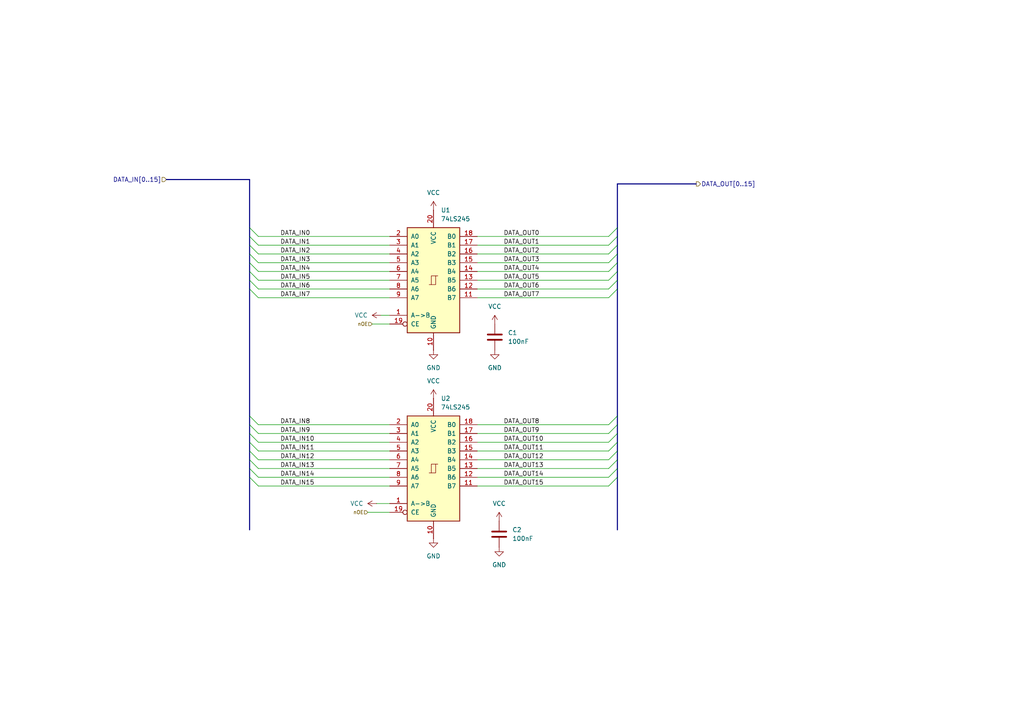
<source format=kicad_sch>
(kicad_sch (version 20250114) (generator "eeschema") (generator_version "9.0")
  (paper "A4")
  (title_block (title "TRI-STATE BUFFER"))
  (lib_symbols
    (symbol "74xx:74LS245" (pin_names (offset 1.016))
      (property "Reference" "U" (at -7.62 16.51 0))
      (property "Value" "74LS245" (at -7.62 -16.51 0))
      (symbol "74LS245_1_0"
        (polyline (pts (xy -1.27 -1.27) (xy 0.635 -1.27) (xy 0.635 1.27) (xy 1.27 1.27)))
        (polyline (pts (xy -0.635 -1.27) (xy -0.635 1.27) (xy 0.635 1.27)))
        (pin tri_state line (at -12.7 12.7 0) (length 5.08) (name "A0") (number "2"))
        (pin tri_state line (at -12.7 10.16 0) (length 5.08) (name "A1") (number "3"))
        (pin tri_state line (at -12.7 7.62 0) (length 5.08) (name "A2") (number "4"))
        (pin tri_state line (at -12.7 5.08 0) (length 5.08) (name "A3") (number "5"))
        (pin tri_state line (at -12.7 2.54 0) (length 5.08) (name "A4") (number "6"))
        (pin tri_state line (at -12.7 0 0) (length 5.08) (name "A5") (number "7"))
        (pin tri_state line (at -12.7 -2.54 0) (length 5.08) (name "A6") (number "8"))
        (pin tri_state line (at -12.7 -5.08 0) (length 5.08) (name "A7") (number "9"))
        (pin input line (at -12.7 -10.16 0) (length 5.08) (name "A->B") (number "1"))
        (pin input inverted (at -12.7 -12.7 0) (length 5.08) (name "CE") (number "19"))
        (pin power_in line (at 0 20.32 270) (length 5.08) (name "VCC") (number "20"))
        (pin power_in line (at 0 -20.32 90) (length 5.08) (name "GND") (number "10"))
        (pin tri_state line (at 12.7 12.7 180) (length 5.08) (name "B0") (number "18"))
        (pin tri_state line (at 12.7 10.16 180) (length 5.08) (name "B1") (number "17"))
        (pin tri_state line (at 12.7 7.62 180) (length 5.08) (name "B2") (number "16"))
        (pin tri_state line (at 12.7 5.08 180) (length 5.08) (name "B3") (number "15"))
        (pin tri_state line (at 12.7 2.54 180) (length 5.08) (name "B4") (number "14"))
        (pin tri_state line (at 12.7 0 180) (length 5.08) (name "B5") (number "13"))
        (pin tri_state line (at 12.7 -2.54 180) (length 5.08) (name "B6") (number "12"))
        (pin tri_state line (at 12.7 -5.08 180) (length 5.08) (name "B7") (number "11"))
      )
      (symbol "74LS245_1_1"
        (rectangle (start -7.62 15.24) (end 7.62 -15.24) (stroke (width 0.254)) (fill (type background)))
      )
    )
    (symbol "Device:C" (pin_numbers (hide yes)) (pin_names (offset 0.254))
      (property "Reference" "C" (at 0.635 2.54 0))
      (property "Value" "C" (at 0.635 -2.54 0))
      (symbol "C_0_1"
        (polyline (pts (xy -2.032 0.762) (xy 2.032 0.762)) (stroke (width 0.508)))
        (polyline (pts (xy -2.032 -0.762) (xy 2.032 -0.762)) (stroke (width 0.508)))
      )
      (symbol "C_1_1"
        (pin passive line (at 0 3.81 270) (length 2.794) (name "~") (number "1"))
        (pin passive line (at 0 -3.81 90) (length 2.794) (name "~") (number "2"))
      )
    )
    (symbol "power:GND" (power) (pin_numbers (hide yes)) (pin_names (offset 0) (hide yes))
      (property "Value" "GND" (at 0 -3.81 0))
      (symbol "GND_0_1"
        (polyline (pts (xy 0 0) (xy 0 -1.27) (xy 1.27 -1.27) (xy 0 -2.54) (xy -1.27 -1.27) (xy 0 -1.27)))
      )
      (symbol "GND_1_1"
        (pin power_in line (at 0 0 270) (length 0) (name "~") (number "1"))
      )
    )
    (symbol "power:VCC" (power) (pin_numbers (hide yes)) (pin_names (offset 0) (hide yes))
      (property "Value" "VCC" (at 0 3.556 0))
      (symbol "VCC_0_1"
        (polyline (pts (xy -0.762 1.27) (xy 0 2.54)))
        (polyline (pts (xy 0 2.54) (xy 0.762 1.27)))
        (polyline (pts (xy 0 0) (xy 0 2.54)))
      )
      (symbol "VCC_1_1"
        (pin power_in line (at 0 0 90) (length 0) (name "~") (number "1"))
      )
    )
  )
  (bus_entry (at 179.07 120.65) (size -2.54 2.54))
  (bus_entry (at 72.39 120.65) (size 2.54 2.54))
  (bus_entry (at 72.39 66.04) (size 2.54 2.54))
  (bus_entry (at 179.07 76.2) (size -2.54 2.54))
  (bus_entry (at 72.39 135.89) (size 2.54 2.54))
  (bus_entry (at 179.07 123.19) (size -2.54 2.54))
  (bus_entry (at 72.39 71.12) (size 2.54 2.54))
  (bus_entry (at 179.07 135.89) (size -2.54 2.54))
  (bus_entry (at 179.07 68.58) (size -2.54 2.54))
  (bus_entry (at 179.07 83.82) (size -2.54 2.54))
  (bus_entry (at 179.07 125.73) (size -2.54 2.54))
  (bus_entry (at 72.39 78.74) (size 2.54 2.54))
  (bus_entry (at 72.39 73.66) (size 2.54 2.54))
  (bus_entry (at 179.07 71.12) (size -2.54 2.54))
  (bus_entry (at 72.39 81.28) (size 2.54 2.54))
  (bus_entry (at 72.39 123.19) (size 2.54 2.54))
  (bus_entry (at 179.07 81.28) (size -2.54 2.54))
  (bus_entry (at 179.07 128.27) (size -2.54 2.54))
  (bus_entry (at 72.39 83.82) (size 2.54 2.54))
  (bus_entry (at 72.39 76.2) (size 2.54 2.54))
  (bus_entry (at 72.39 68.58) (size 2.54 2.54))
  (bus_entry (at 179.07 66.04) (size -2.54 2.54))
  (bus_entry (at 179.07 133.35) (size -2.54 2.54))
  (bus_entry (at 72.39 130.81) (size 2.54 2.54))
  (bus_entry (at 72.39 133.35) (size 2.54 2.54))
  (bus_entry (at 72.39 125.73) (size 2.54 2.54))
  (bus_entry (at 72.39 138.43) (size 2.54 2.54))
  (bus_entry (at 179.07 130.81) (size -2.54 2.54))
  (bus_entry (at 179.07 73.66) (size -2.54 2.54))
  (bus_entry (at 72.39 128.27) (size 2.54 2.54))
  (bus_entry (at 179.07 78.74) (size -2.54 2.54))
  (bus_entry (at 179.07 138.43) (size -2.54 2.54))
  (wire (pts (xy 138.43 76.2) (xy 176.53 76.2)))
  (wire (pts (xy 74.93 125.73) (xy 113.03 125.73)))
  (bus (pts (xy 72.39 81.28) (xy 72.39 83.82)))
  (bus (pts (xy 179.07 128.27) (xy 179.07 125.73)))
  (wire (pts (xy 74.93 86.36) (xy 113.03 86.36)))
  (wire (pts (xy 138.43 71.12) (xy 176.53 71.12)))
  (wire (pts (xy 107.95 93.98) (xy 113.03 93.98)))
  (wire (pts (xy 138.43 86.36) (xy 176.53 86.36)))
  (bus (pts (xy 179.07 125.73) (xy 179.07 123.19)))
  (bus (pts (xy 72.39 138.43) (xy 72.39 153.67)))
  (wire (pts (xy 138.43 68.58) (xy 176.53 68.58)))
  (wire (pts (xy 74.93 123.19) (xy 113.03 123.19)))
  (bus (pts (xy 179.07 76.2) (xy 179.07 73.66)))
  (wire (pts (xy 74.93 68.58) (xy 113.03 68.58)))
  (wire (pts (xy 74.93 140.97) (xy 113.03 140.97)))
  (wire (pts (xy 74.93 128.27) (xy 113.03 128.27)))
  (wire (pts (xy 74.93 83.82) (xy 113.03 83.82)))
  (bus (pts (xy 72.39 66.04) (xy 72.39 68.58)))
  (wire (pts (xy 138.43 138.43) (xy 176.53 138.43)))
  (wire (pts (xy 138.43 81.28) (xy 176.53 81.28)))
  (bus (pts (xy 179.07 120.65) (xy 179.07 83.82)))
  (bus (pts (xy 72.39 133.35) (xy 72.39 135.89)))
  (wire (pts (xy 74.93 138.43) (xy 113.03 138.43)))
  (bus (pts (xy 72.39 128.27) (xy 72.39 130.81)))
  (bus (pts (xy 48.26 52.07) (xy 72.39 52.07)))
  (wire (pts (xy 138.43 83.82) (xy 176.53 83.82)))
  (bus (pts (xy 179.07 66.04) (xy 179.07 53.34)))
  (wire (pts (xy 74.93 71.12) (xy 113.03 71.12)))
  (wire (pts (xy 138.43 135.89) (xy 176.53 135.89)))
  (bus (pts (xy 72.39 76.2) (xy 72.39 78.74)))
  (bus (pts (xy 72.39 130.81) (xy 72.39 133.35)))
  (bus (pts (xy 72.39 78.74) (xy 72.39 81.28)))
  (wire (pts (xy 113.03 91.44) (xy 110.49 91.44)))
  (wire (pts (xy 113.03 146.05) (xy 109.22 146.05)))
  (wire (pts (xy 74.93 130.81) (xy 113.03 130.81)))
  (bus (pts (xy 72.39 135.89) (xy 72.39 138.43)))
  (bus (pts (xy 179.07 53.34) (xy 201.93 53.34)))
  (wire (pts (xy 138.43 128.27) (xy 176.53 128.27)))
  (bus (pts (xy 179.07 73.66) (xy 179.07 71.12)))
  (wire (pts (xy 74.93 135.89) (xy 113.03 135.89)))
  (wire (pts (xy 138.43 125.73) (xy 176.53 125.73)))
  (bus (pts (xy 179.07 123.19) (xy 179.07 120.65)))
  (bus (pts (xy 72.39 71.12) (xy 72.39 73.66)))
  (bus (pts (xy 179.07 135.89) (xy 179.07 133.35)))
  (bus (pts (xy 179.07 133.35) (xy 179.07 130.81)))
  (wire (pts (xy 138.43 133.35) (xy 176.53 133.35)))
  (bus (pts (xy 179.07 153.67) (xy 179.07 138.43)))
  (wire (pts (xy 74.93 81.28) (xy 113.03 81.28)))
  (bus (pts (xy 72.39 52.07) (xy 72.39 66.04)))
  (wire (pts (xy 138.43 140.97) (xy 176.53 140.97)))
  (wire (pts (xy 138.43 130.81) (xy 176.53 130.81)))
  (bus (pts (xy 179.07 81.28) (xy 179.07 78.74)))
  (bus (pts (xy 179.07 83.82) (xy 179.07 81.28)))
  (bus (pts (xy 72.39 68.58) (xy 72.39 71.12)))
  (bus (pts (xy 179.07 138.43) (xy 179.07 135.89)))
  (bus (pts (xy 179.07 71.12) (xy 179.07 68.58)))
  (wire (pts (xy 74.93 73.66) (xy 113.03 73.66)))
  (wire (pts (xy 138.43 78.74) (xy 176.53 78.74)))
  (wire (pts (xy 74.93 133.35) (xy 113.03 133.35)))
  (wire (pts (xy 138.43 123.19) (xy 176.53 123.19)))
  (bus (pts (xy 72.39 123.19) (xy 72.39 125.73)))
  (wire (pts (xy 74.93 78.74) (xy 113.03 78.74)))
  (bus (pts (xy 72.39 125.73) (xy 72.39 128.27)))
  (bus (pts (xy 179.07 78.74) (xy 179.07 76.2)))
  (bus (pts (xy 179.07 68.58) (xy 179.07 66.04)))
  (bus (pts (xy 179.07 130.81) (xy 179.07 128.27)))
  (bus (pts (xy 72.39 120.65) (xy 72.39 123.19)))
  (bus (pts (xy 72.39 83.82) (xy 72.39 120.65)))
  (wire (pts (xy 138.43 73.66) (xy 176.53 73.66)))
  (wire (pts (xy 106.68 148.59) (xy 113.03 148.59)))
  (wire (pts (xy 74.93 76.2) (xy 113.03 76.2)))
  (bus (pts (xy 72.39 73.66) (xy 72.39 76.2)))
  (label "DATA_OUT6" (at 146.05 83.82 0))
  (label "DATA_IN14" (at 81.28 138.43 0))
  (label "DATA_OUT10" (at 146.05 128.27 0))
  (label "DATA_IN9" (at 81.28 125.73 0))
  (label "DATA_OUT12" (at 146.05 133.35 0))
  (label "DATA_OUT7" (at 146.05 86.36 0))
  (label "DATA_OUT0" (at 146.05 68.58 0))
  (label "DATA_IN11" (at 81.28 130.81 0))
  (label "DATA_OUT1" (at 146.05 71.12 0))
  (label "DATA_IN3" (at 81.28 76.2 0))
  (label "DATA_OUT8" (at 146.05 123.19 0))
  (label "DATA_IN1" (at 81.28 71.12 0))
  (label "DATA_IN13" (at 81.28 135.89 0))
  (label "DATA_IN12" (at 81.28 133.35 0))
  (label "DATA_IN4" (at 81.28 78.74 0))
  (label "DATA_OUT9" (at 146.05 125.73 0))
  (label "DATA_OUT5" (at 146.05 81.28 0))
  (label "DATA_IN10" (at 81.28 128.27 0))
  (label "DATA_IN15" (at 81.28 140.97 0))
  (label "DATA_OUT15" (at 146.05 140.97 0))
  (label "DATA_OUT2" (at 146.05 73.66 0))
  (label "DATA_IN2" (at 81.28 73.66 0))
  (label "DATA_IN7" (at 81.28 86.36 0))
  (label "DATA_IN8" (at 81.28 123.19 0))
  (label "DATA_OUT4" (at 146.05 78.74 0))
  (label "DATA_OUT11" (at 146.05 130.81 0))
  (label "DATA_OUT3" (at 146.05 76.2 0))
  (label "DATA_IN0" (at 81.28 68.58 0))
  (label "DATA_OUT13" (at 146.05 135.89 0))
  (label "DATA_OUT14" (at 146.05 138.43 0))
  (label "DATA_IN5" (at 81.28 81.28 0))
  (label "DATA_IN6" (at 81.28 83.82 0))
  (hierarchical_label "nOE" (shape input) (at 107.95 93.98 180) (effects (font (size 1.016 1.016))))
  (hierarchical_label "nOE" (shape input) (at 106.68 148.59 180) (effects (font (size 1.016 1.016))))
  (hierarchical_label "DATA_IN[0..15]" (shape input) (at 48.26 52.07 180))
  (hierarchical_label "DATA_OUT[0..15]" (shape output) (at 201.93 53.34 0))
  (symbol (lib_id "Device:C") (at 143.51 97.79 180) (unit 1)
    (property "Reference" "C1" (at 147.32 96.5199 0) (effects (justify right)))
    (property "Value" "100nF" (at 147.32 99.0599 0) (effects (justify right)))
    (property "Description" "Unpolarized capacitor" (effects (hide yes)))
    (instances (project "memory_controller" (path "" (reference "C1") (unit 1)) (path "" (reference "C15") (unit 1)) (path "" (reference "C13") (unit 1))))
  )
  (symbol (lib_id "74xx:74LS245") (at 125.73 135.89 0) (unit 1)
    (property "Reference" "U2" (at 127.8733 115.57 0) (effects (justify left)))
    (property "Value" "74LS245" (at 127.8733 118.11 0) (effects (justify left)))
    (property "Datasheet" "http://www.ti.com/lit/gpn/sn74LS245" (effects (hide yes)))
    (property "Description" "Octal BUS Transceivers, 3-State outputs" (effects (hide yes)))
    (instances (project "memory_controller" (path "" (reference "U2") (unit 1)) (path "" (reference "U16") (unit 1)) (path "" (reference "U14") (unit 1))))
  )
  (symbol (lib_id "power:GND") (at 125.73 101.6 0) (unit 1)
    (property "Reference" "#PWR08" (effects (hide yes)))
    (property "Value" "GND" (at 125.73 106.68 0))
    (property "Description" "Power symbol creates a global label with name \"GND\" , ground" (effects (hide yes)))
    (instances (project "memory_controller" (path "" (reference "#PWR08") (unit 1)) (path "" (reference "#PWR078") (unit 1)) (path "" (reference "#PWR068") (unit 1))))
  )
  (symbol (lib_id "power:VCC") (at 125.73 115.57 0) (unit 1)
    (property "Reference" "#PWR09" (effects (hide yes)))
    (property "Value" "VCC" (at 125.73 110.49 0))
    (property "Description" "Power symbol creates a global label with name \"VCC\"" (effects (hide yes)))
    (instances (project "memory_controller" (path "" (reference "#PWR09") (unit 1)) (path "" (reference "#PWR079") (unit 1)) (path "" (reference "#PWR069") (unit 1))))
  )
  (symbol (lib_id "Device:C") (at 144.78 154.94 180) (unit 1)
    (property "Reference" "C2" (at 148.59 153.6699 0) (effects (justify right)))
    (property "Value" "100nF" (at 148.59 156.2099 0) (effects (justify right)))
    (property "Description" "Unpolarized capacitor" (effects (hide yes)))
    (instances (project "memory_controller" (path "" (reference "C2") (unit 1)) (path "" (reference "C16") (unit 1)) (path "" (reference "C14") (unit 1))))
  )
  (symbol (lib_id "power:VCC") (at 110.49 91.44 90) (unit 1)
    (property "Reference" "#PWR06" (effects (hide yes)))
    (property "Value" "VCC" (at 106.68 91.4399 90) (effects (justify left)))
    (property "Description" "Power symbol creates a global label with name \"VCC\"" (effects (hide yes)))
    (instances (project "memory_controller" (path "" (reference "#PWR06") (unit 1)) (path "" (reference "#PWR076") (unit 1)) (path "" (reference "#PWR066") (unit 1))))
  )
  (symbol (lib_id "power:GND") (at 125.73 156.21 0) (unit 1)
    (property "Reference" "#PWR010" (effects (hide yes)))
    (property "Value" "GND" (at 125.73 161.29 0))
    (property "Description" "Power symbol creates a global label with name \"GND\" , ground" (effects (hide yes)))
    (instances (project "memory_controller" (path "" (reference "#PWR010") (unit 1)) (path "" (reference "#PWR080") (unit 1)) (path "" (reference "#PWR070") (unit 1))))
  )
  (symbol (lib_id "power:VCC") (at 109.22 146.05 90) (unit 1)
    (property "Reference" "#PWR05" (effects (hide yes)))
    (property "Value" "VCC" (at 105.41 146.0499 90) (effects (justify left)))
    (property "Description" "Power symbol creates a global label with name \"VCC\"" (effects (hide yes)))
    (instances (project "memory_controller" (path "" (reference "#PWR05") (unit 1)) (path "" (reference "#PWR075") (unit 1)) (path "" (reference "#PWR065") (unit 1))))
  )
  (symbol (lib_id "74xx:74LS245") (at 125.73 81.28 0) (unit 1)
    (property "Reference" "U1" (at 127.8733 60.96 0) (effects (justify left)))
    (property "Value" "74LS245" (at 127.8733 63.5 0) (effects (justify left)))
    (property "Datasheet" "http://www.ti.com/lit/gpn/sn74LS245" (effects (hide yes)))
    (property "Description" "Octal BUS Transceivers, 3-State outputs" (effects (hide yes)))
    (instances (project "memory_controller" (path "" (reference "U1") (unit 1)) (path "" (reference "U15") (unit 1)) (path "" (reference "U13") (unit 1))))
  )
  (symbol (lib_id "power:VCC") (at 125.73 60.96 0) (unit 1)
    (property "Reference" "#PWR07" (effects (hide yes)))
    (property "Value" "VCC" (at 125.73 55.88 0))
    (property "Description" "Power symbol creates a global label with name \"VCC\"" (effects (hide yes)))
    (instances (project "memory_controller" (path "" (reference "#PWR07") (unit 1)) (path "" (reference "#PWR077") (unit 1)) (path "" (reference "#PWR067") (unit 1))))
  )
  (symbol (lib_id "power:GND") (at 143.51 101.6 0) (unit 1)
    (property "Reference" "#PWR012" (effects (hide yes)))
    (property "Value" "GND" (at 143.51 106.68 0))
    (property "Description" "Power symbol creates a global label with name \"GND\" , ground" (effects (hide yes)))
    (instances (project "memory_controller" (path "" (reference "#PWR012") (unit 1)) (path "" (reference "#PWR082") (unit 1)) (path "" (reference "#PWR072") (unit 1))))
  )
  (symbol (lib_id "power:VCC") (at 144.78 151.13 0) (unit 1)
    (property "Reference" "#PWR013" (effects (hide yes)))
    (property "Value" "VCC" (at 144.78 146.05 0))
    (property "Description" "Power symbol creates a global label with name \"VCC\"" (effects (hide yes)))
    (instances (project "memory_controller" (path "" (reference "#PWR013") (unit 1)) (path "" (reference "#PWR083") (unit 1)) (path "" (reference "#PWR073") (unit 1))))
  )
  (symbol (lib_id "power:VCC") (at 143.51 93.98 0) (unit 1)
    (property "Reference" "#PWR011" (effects (hide yes)))
    (property "Value" "VCC" (at 143.51 88.9 0))
    (property "Description" "Power symbol creates a global label with name \"VCC\"" (effects (hide yes)))
    (instances (project "memory_controller" (path "" (reference "#PWR011") (unit 1)) (path "" (reference "#PWR081") (unit 1)) (path "" (reference "#PWR071") (unit 1))))
  )
  (symbol (lib_id "power:GND") (at 144.78 158.75 0) (unit 1)
    (property "Reference" "#PWR014" (effects (hide yes)))
    (property "Value" "GND" (at 144.78 163.83 0))
    (property "Description" "Power symbol creates a global label with name \"GND\" , ground" (effects (hide yes)))
    (instances (project "memory_controller" (path "" (reference "#PWR014") (unit 1)) (path "" (reference "#PWR084") (unit 1)) (path "" (reference "#PWR074") (unit 1))))
  )
)
</source>
